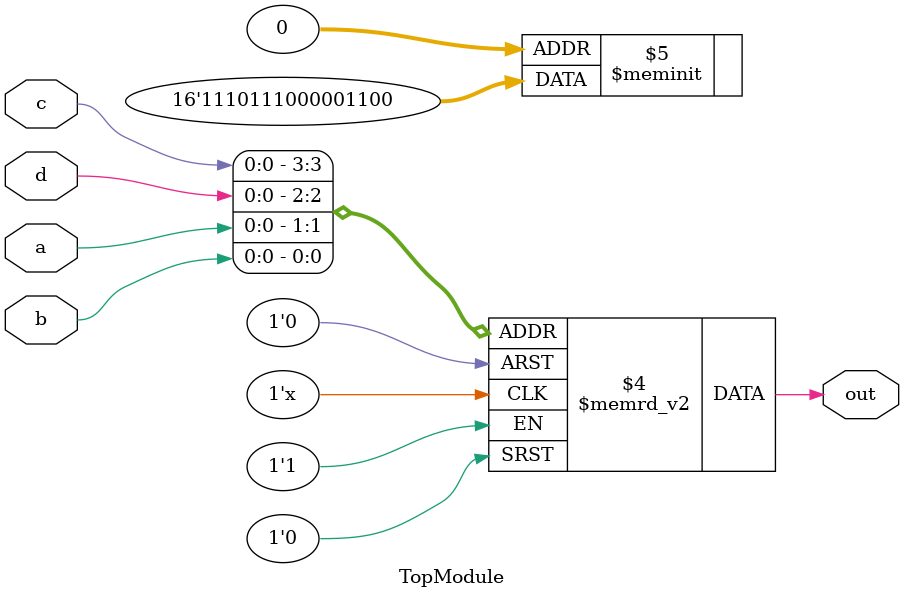
<source format=sv>

module TopModule (
  input a,
  input b,
  input c,
  input d,
  output reg out
);
  always @(*) begin
    case ({c, d, a, b})
      4'b0000: out = 1'b0; // cd=00, ab=00
      4'b0001: out = 1'b0; // cd=00, ab=01
      4'b0010: out = 1'b1; // cd=00, ab=10
      4'b0011: out = 1'b1; // cd=00, ab=11
      4'b0100: out = 1'b0; // cd=01, ab=00
      4'b0101: out = 1'b0; // cd=01, ab=01
      4'b0110: out = 1'b0; // cd=01, ab=10 (d -> 0)
      4'b0111: out = 1'b0; // cd=01, ab=11 (d -> 0)
      4'b1000: out = 1'b0; // cd=10, ab=00
      4'b1001: out = 1'b1; // cd=10, ab=01
      4'b1010: out = 1'b1; // cd=10, ab=10
      4'b1011: out = 1'b1; // cd=10, ab=11
      4'b1100: out = 1'b0; // cd=11, ab=00
      4'b1101: out = 1'b1; // cd=11, ab=01
      4'b1110: out = 1'b1; // cd=11, ab=10
      4'b1111: out = 1'b1; // cd=11, ab=11
      default: out = 1'b0;
    endcase
  end
endmodule

// VERILOG-EVAL: abnormal backticks count

</source>
